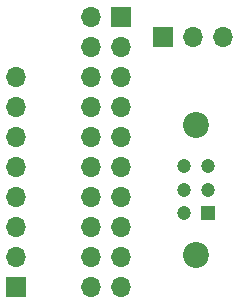
<source format=gbr>
%TF.GenerationSoftware,KiCad,Pcbnew,(6.0.5)*%
%TF.CreationDate,2022-12-16T06:33:13-05:00*%
%TF.ProjectId,Dev_Board_Adapter,4465765f-426f-4617-9264-5f4164617074,rev?*%
%TF.SameCoordinates,Original*%
%TF.FileFunction,Soldermask,Bot*%
%TF.FilePolarity,Negative*%
%FSLAX45Y45*%
G04 Gerber Fmt 4.5, Leading zero omitted, Abs format (unit mm)*
G04 Created by KiCad (PCBNEW (6.0.5)) date 2022-12-16 06:33:13*
%MOMM*%
%LPD*%
G01*
G04 APERTURE LIST*
%ADD10R,1.700000X1.700000*%
%ADD11O,1.700000X1.700000*%
%ADD12C,2.200000*%
%ADD13R,1.200000X1.200000*%
%ADD14C,1.200000*%
G04 APERTURE END LIST*
D10*
%TO.C,J3*%
X12954000Y-7340600D03*
D11*
X13208000Y-7340600D03*
X13462000Y-7340600D03*
%TD*%
D12*
%TO.C,J1*%
X13235000Y-8082800D03*
X13235000Y-9182800D03*
D13*
X13335000Y-8832800D03*
D14*
X13335000Y-8632800D03*
X13335000Y-8432800D03*
X13135000Y-8832800D03*
X13135000Y-8632800D03*
X13135000Y-8432800D03*
%TD*%
D10*
%TO.C,J2*%
X12595860Y-7167880D03*
D11*
X12341860Y-7167880D03*
X12595860Y-7421880D03*
X12341860Y-7421880D03*
X12595860Y-7675880D03*
X12341860Y-7675880D03*
X12595860Y-7929880D03*
X12341860Y-7929880D03*
X12595860Y-8183880D03*
X12341860Y-8183880D03*
X12595860Y-8437880D03*
X12341860Y-8437880D03*
X12595860Y-8691880D03*
X12341860Y-8691880D03*
X12595860Y-8945880D03*
X12341860Y-8945880D03*
X12595860Y-9199880D03*
X12341860Y-9199880D03*
X12595860Y-9453880D03*
X12341860Y-9453880D03*
%TD*%
D10*
%TO.C,J4*%
X11706860Y-9453880D03*
D11*
X11706860Y-9199880D03*
X11706860Y-8945880D03*
X11706860Y-8691880D03*
X11706860Y-8437880D03*
X11706860Y-8183880D03*
X11706860Y-7929880D03*
X11706860Y-7675880D03*
%TD*%
M02*

</source>
